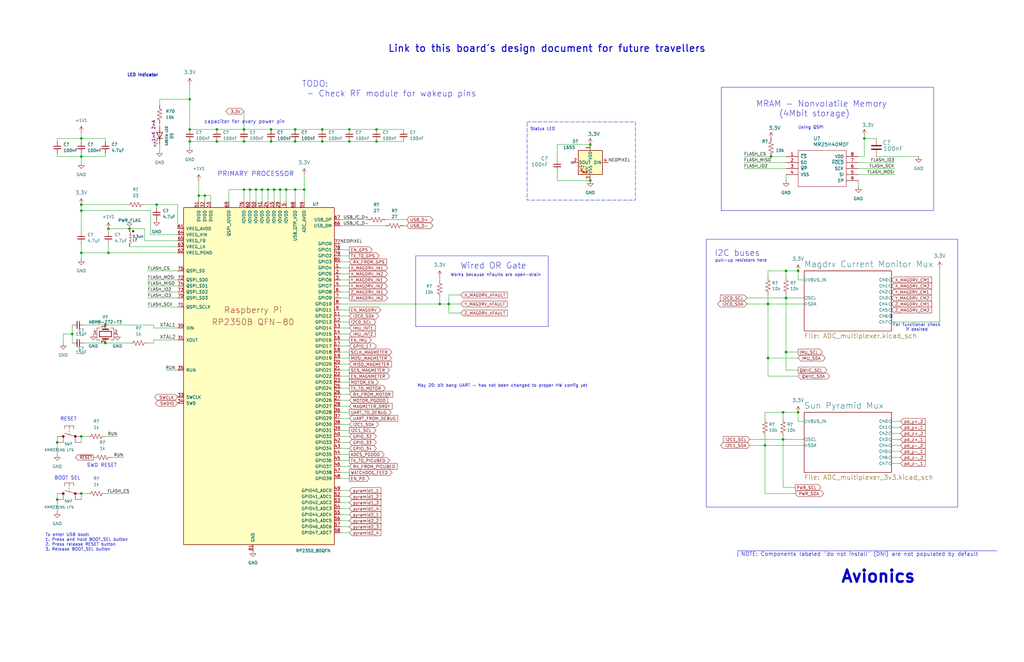
<source format=kicad_sch>
(kicad_sch (version 20250114) (generator "eeschema") (generator_version "9.0")
  (paper "USLedger")
  (title_block (title "ADCS Main Board") (date "2025-05-22") (rev "1.7") (company "Stanford Student Space Initiative") (comment 1 "Sage Wu"))
  (rectangle (start 304.165 36.83) (end 393.7 88.9))
  (rectangle (start 297.815 100.965) (end 403.86 213.995))
  (rectangle (start 175.26 107.95) (end 231.14 137.795))
  (rectangle (start 222.25 51.435) (end 267.97 84.455) (stroke (width 0) (type dash)))
  (text "Works because nFaults are open-drain\n" (at 209.042 116.078 0) (effects (font (size 1.27 1.27))))
  (text "PRIMARY PROCESSOR" (at 91.694 74.676 0) (effects (font (size 2.0066 2.0066)) (justify left bottom)))
  (text "LED Indicator" (at 60.198 31.75 0) (effects (font (size 1.27 1.27) (thickness 0.254) (bold yes))))
  (text "SWD RESET\n" (at 36.576 197.358 0) (effects (font (size 1.4986 1.4986)) (justify left bottom)))
  (text "TODO:\n - Check RF module for wakeup pins" (at 127.254 37.592 0) (effects (font (size 2.54 2.54)) (justify left)))
  (text "Avionics" (at 354.33 246.38 0) (effects (font (size 5.08 5.08) (thickness 1.016) (bold yes)) (justify left bottom)))
  (text "I2C buses" (at 310.896 106.934 0) (effects (font (size 2.54 2.54))))
  (text "MRAM - Nonvolatile Memory\n     (4Mbit storage)" (at 318.77 49.53 0) (effects (font (size 2.54 2.54)) (justify left bottom)))
  (text "BOOT SEL" (at 22.86 202.692 0) (effects (font (size 1.4986 1.4986)) (justify left bottom)))
  (text "Link to this board's design document for future travellers" (at 230.632 20.574 0) (effects (font (size 3 3) (thickness 0.4) (bold yes))))
  (text "Using QSPI" (at 336.55 54.61 0) (effects (font (size 1.27 1.27)) (justify left bottom)))
  (text "May 20: bit bang UART - has not been changed to proper HW config yet" (at 211.836 162.814 0) (effects (font (size 1.27 1.27))))
  (text "NOTE: Components labeled \"do not install\" (DNI) are not populated by default" (at 312.42 234.95 0) (effects (font (size 1.651 1.651)) (justify left bottom)))
  (text "RESET" (at 25.4 177.8 0) (effects (font (size 1.4986 1.4986)) (justify left bottom)))
  (text "To enter USB boot:\n1. Press and hold BOOT_SEL button\n2. Press release RESET button\n3. Release BOOT_SEL button" (at 19.05 228.854 0) (effects (font (size 1.27 1.27)) (justify left)))
  (text "capacitor for every power pin\n" (at 86.106 52.324 0) (effects (font (size 1.4986 1.4986)) (justify left bottom)))
  (text "For functional check\nif desired" (at 386.588 138.176 0) (effects (font (size 1.27 1.27))))
  (text "Wired OR Gate" (at 208.026 112.268 0) (effects (font (size 2.54 2.54))))
  (text "Status LED" (at 223.52 55.245 0) (effects (font (size 1.27 1.27)) (justify left bottom)))
  (text "pull-up resistors here" (at 301.498 110.744 0) (effects (font (size 1.27 1.27)) (justify left bottom)))
  (junction (at 34.29 208.28))
  (junction (at 124.46 59.69))
  (junction (at 45.72 96.52))
  (junction (at 80.01 41.91))
  (junction (at 34.29 88.9))
  (junction (at 114.3 54.61))
  (junction (at 34.29 66.04))
  (junction (at 248.92 76.2))
  (junction (at 24.13 186.69))
  (junction (at 34.29 106.68))
  (junction (at 331.47 114.3))
  (junction (at 80.01 54.61))
  (junction (at 147.32 59.69))
  (junction (at 323.85 151.13))
  (junction (at 120.65 80.01))
  (junction (at 128.27 80.01))
  (junction (at 185.42 128.27))
  (junction (at 364.49 58.42))
  (junction (at 105.41 80.01))
  (junction (at 336.55 114.3))
  (junction (at 91.44 59.69))
  (junction (at 325.12 66.04))
  (junction (at 189.23 128.27))
  (junction (at 330.2 185.42))
  (junction (at 44.45 137.16))
  (junction (at 102.87 80.01))
  (junction (at 322.58 187.96))
  (junction (at 158.75 54.61))
  (junction (at 86.36 82.55))
  (junction (at 248.92 60.96))
  (junction (at 66.04 86.36))
  (junction (at 34.29 184.15))
  (junction (at 54.61 96.52))
  (junction (at 102.87 59.69))
  (junction (at 102.87 54.61))
  (junction (at 83.82 82.55))
  (junction (at 44.45 144.78))
  (junction (at 147.32 54.61))
  (junction (at 115.57 80.01))
  (junction (at 331.47 148.59))
  (junction (at 34.29 58.42))
  (junction (at 107.95 80.01))
  (junction (at 124.46 54.61))
  (junction (at 34.29 86.36))
  (junction (at 91.44 54.61))
  (junction (at 24.13 210.82))
  (junction (at 336.55 173.99))
  (junction (at 158.75 59.69))
  (junction (at 118.11 80.01))
  (junction (at 135.89 54.61))
  (junction (at 114.3 59.69))
  (junction (at 110.49 80.01))
  (junction (at 45.72 106.68))
  (junction (at 331.47 125.73))
  (junction (at 113.03 80.01))
  (junction (at 80.01 59.69))
  (junction (at 30.48 140.97))
  (junction (at 135.89 59.69))
  (junction (at 330.2 173.99))
  (junction (at 323.85 128.27))
  (junction (at 124.46 80.01))
  (no_connect (at 375.92 133.35))
  (no_connect (at 241.3 68.58))
  (wire (pts (xy 322.58 176.53) (xy 322.58 173.99)))
  (wire (pts (xy 74.93 138.43) (xy 64.77 138.43)))
  (wire (pts (xy 54.61 104.14) (xy 74.93 104.14)))
  (wire (pts (xy 323.85 151.13) (xy 336.55 151.13)))
  (wire (pts (xy 185.42 116.84) (xy 185.42 118.11)))
  (wire (pts (xy 83.82 82.55) (xy 83.82 85.09)))
  (wire (pts (xy 135.89 54.61) (xy 147.32 54.61)))
  (wire (pts (xy 74.93 101.6) (xy 60.96 101.6)))
  (wire (pts (xy 24.13 210.82) (xy 24.13 215.9)))
  (wire (pts (xy 143.51 115.57) (xy 147.32 115.57)))
  (wire (pts (xy 91.44 54.61) (xy 102.87 54.61)))
  (wire (pts (xy 24.13 66.04) (xy 34.29 66.04)))
  (wire (pts (xy 396.24 113.03) (xy 396.24 135.89)))
  (wire (pts (xy 361.95 71.12) (xy 377.19 71.12)))
  (wire (pts (xy 323.85 128.27) (xy 323.85 151.13)))
  (polyline (pts (xy 311.15 234.95) (xy 311.15 232.41)))
  (wire (pts (xy 143.51 199.39) (xy 147.32 199.39)))
  (wire (pts (xy 34.29 210.82) (xy 34.29 208.28)))
  (wire (pts (xy 375.92 187.96) (xy 379.73 187.96)))
  (wire (pts (xy 34.29 88.9) (xy 34.29 97.79)))
  (wire (pts (xy 143.51 156.21) (xy 147.32 156.21)))
  (wire (pts (xy 369.57 66.04) (xy 387.35 66.04)))
  (wire (pts (xy 323.85 158.75) (xy 336.55 158.75)))
  (wire (pts (xy 62.23 123.19) (xy 74.93 123.19)))
  (wire (pts (xy 143.51 176.53) (xy 147.32 176.53)))
  (wire (pts (xy 34.29 66.04) (xy 44.45 66.04)))
  (wire (pts (xy 143.51 173.99) (xy 147.32 173.99)))
  (wire (pts (xy 375.92 195.58) (xy 379.73 195.58)))
  (wire (pts (xy 185.42 125.73) (xy 185.42 128.27)))
  (wire (pts (xy 143.51 166.37) (xy 147.32 166.37)))
  (wire (pts (xy 375.92 190.5) (xy 379.73 190.5)))
  (wire (pts (xy 316.23 185.42) (xy 330.2 185.42)))
  (wire (pts (xy 67.31 44.45) (xy 67.31 41.91)))
  (wire (pts (xy 45.72 102.87) (xy 45.72 106.68)))
  (wire (pts (xy 67.31 60.96) (xy 67.31 63.5)))
  (wire (pts (xy 364.49 66.04) (xy 364.49 58.42)))
  (wire (pts (xy 96.52 85.09) (xy 96.52 80.01)))
  (wire (pts (xy 143.51 118.11) (xy 147.32 118.11)))
  (wire (pts (xy 35.56 144.78) (xy 44.45 144.78)))
  (wire (pts (xy 64.77 143.51) (xy 64.77 144.78)))
  (wire (pts (xy 322.58 187.96) (xy 339.09 187.96)))
  (wire (pts (xy 330.2 184.15) (xy 330.2 185.42)))
  (wire (pts (xy 143.51 214.63) (xy 147.32 214.63)))
  (wire (pts (xy 361.95 66.04) (xy 364.49 66.04)))
  (wire (pts (xy 80.01 54.61) (xy 91.44 54.61)))
  (wire (pts (xy 143.51 207.01) (xy 147.32 207.01)))
  (wire (pts (xy 234.95 76.2) (xy 248.92 76.2)))
  (wire (pts (xy 154.94 92.71) (xy 143.51 92.71)))
  (wire (pts (xy 118.11 80.01) (xy 120.65 80.01)))
  (wire (pts (xy 74.93 99.06) (xy 63.5 99.06)))
  (wire (pts (xy 375.92 185.42) (xy 379.73 185.42)))
  (wire (pts (xy 143.51 158.75) (xy 147.32 158.75)))
  (wire (pts (xy 330.2 185.42) (xy 339.09 185.42)))
  (wire (pts (xy 34.29 55.88) (xy 34.29 58.42)))
  (wire (pts (xy 339.09 118.11) (xy 336.55 118.11)))
  (wire (pts (xy 53.34 86.36) (xy 34.29 86.36)))
  (wire (pts (xy 322.58 187.96) (xy 322.58 208.28)))
  (wire (pts (xy 375.92 193.04) (xy 379.73 193.04)))
  (wire (pts (xy 143.51 224.79) (xy 147.32 224.79)))
  (wire (pts (xy 45.72 96.52) (xy 54.61 96.52)))
  (wire (pts (xy 30.48 137.16) (xy 30.48 140.97)))
  (wire (pts (xy 143.51 151.13) (xy 147.32 151.13)))
  (wire (pts (xy 143.51 196.85) (xy 147.32 196.85)))
  (wire (pts (xy 44.45 184.15) (xy 49.53 184.15)))
  (wire (pts (xy 331.47 124.46) (xy 331.47 125.73)))
  (wire (pts (xy 331.47 156.21) (xy 331.47 148.59)))
  (wire (pts (xy 171.45 95.25) (xy 170.18 95.25)))
  (wire (pts (xy 118.11 80.01) (xy 118.11 85.09)))
  (wire (pts (xy 88.9 82.55) (xy 86.36 82.55)))
  (wire (pts (xy 189.23 128.27) (xy 189.23 132.08)))
  (wire (pts (xy 143.51 107.95) (xy 147.32 107.95)))
  (wire (pts (xy 88.9 85.09) (xy 88.9 82.55)))
  (wire (pts (xy 80.01 41.91) (xy 80.01 54.61)))
  (wire (pts (xy 143.51 181.61) (xy 147.32 181.61)))
  (wire (pts (xy 60.96 101.6) (xy 60.96 96.52)))
  (wire (pts (xy 143.51 123.19) (xy 147.32 123.19)))
  (wire (pts (xy 62.23 114.3) (xy 74.93 114.3)))
  (wire (pts (xy 26.67 140.97) (xy 30.48 140.97)))
  (wire (pts (xy 143.51 140.97) (xy 147.32 140.97)))
  (wire (pts (xy 120.65 80.01) (xy 124.46 80.01)))
  (wire (pts (xy 24.13 59.69) (xy 24.13 58.42)))
  (wire (pts (xy 335.28 205.74) (xy 330.2 205.74)))
  (wire (pts (xy 323.85 128.27) (xy 339.09 128.27)))
  (wire (pts (xy 330.2 173.99) (xy 336.55 173.99)))
  (wire (pts (xy 330.2 185.42) (xy 330.2 205.74)))
  (wire (pts (xy 105.41 80.01) (xy 105.41 85.09)))
  (wire (pts (xy 185.42 128.27) (xy 189.23 128.27)))
  (wire (pts (xy 124.46 54.61) (xy 135.89 54.61)))
  (wire (pts (xy 128.27 80.01) (xy 128.27 85.09)))
  (wire (pts (xy 67.31 41.91) (xy 80.01 41.91)))
  (wire (pts (xy 102.87 54.61) (xy 114.3 54.61)))
  (wire (pts (xy 335.28 208.28) (xy 322.58 208.28)))
  (wire (pts (xy 234.95 60.96) (xy 234.95 67.31)))
  (wire (pts (xy 45.72 106.68) (xy 74.93 106.68)))
  (wire (pts (xy 313.69 68.58) (xy 331.47 68.58)))
  (wire (pts (xy 34.29 66.04) (xy 34.29 68.58)))
  (wire (pts (xy 63.5 88.9) (xy 34.29 88.9)))
  (wire (pts (xy 80.01 59.69) (xy 80.01 62.23)))
  (wire (pts (xy 115.57 80.01) (xy 118.11 80.01)))
  (wire (pts (xy 34.29 58.42) (xy 34.29 59.69)))
  (wire (pts (xy 74.93 86.36) (xy 66.04 86.36)))
  (wire (pts (xy 62.23 144.78) (xy 64.77 144.78)))
  (wire (pts (xy 143.51 153.67) (xy 147.32 153.67)))
  (wire (pts (xy 143.51 222.25) (xy 147.32 222.25)))
  (wire (pts (xy 124.46 80.01) (xy 124.46 85.09)))
  (wire (pts (xy 143.51 201.93) (xy 147.32 201.93)))
  (wire (pts (xy 62.23 125.73) (xy 74.93 125.73)))
  (wire (pts (xy 143.51 125.73) (xy 147.32 125.73)))
  (wire (pts (xy 331.47 73.66) (xy 331.47 76.2)))
  (wire (pts (xy 143.51 146.05) (xy 147.32 146.05)))
  (wire (pts (xy 120.65 80.01) (xy 120.65 85.09)))
  (wire (pts (xy 26.67 144.78) (xy 26.67 140.97)))
  (wire (pts (xy 189.23 124.46) (xy 189.23 128.27)))
  (wire (pts (xy 143.51 110.49) (xy 147.32 110.49)))
  (wire (pts (xy 331.47 148.59) (xy 331.47 125.73)))
  (wire (pts (xy 143.51 128.27) (xy 185.42 128.27)))
  (wire (pts (xy 128.27 80.01) (xy 128.27 73.66)))
  (wire (pts (xy 30.48 140.97) (xy 30.48 144.78)))
  (wire (pts (xy 143.51 130.81) (xy 147.32 130.81)))
  (wire (pts (xy 147.32 54.61) (xy 158.75 54.61)))
  (wire (pts (xy 113.03 80.01) (xy 113.03 85.09)))
  (wire (pts (xy 143.51 209.55) (xy 147.32 209.55)))
  (wire (pts (xy 115.57 80.01) (xy 115.57 85.09)))
  (wire (pts (xy 143.51 163.83) (xy 147.32 163.83)))
  (wire (pts (xy 44.45 208.28) (xy 54.61 208.28)))
  (wire (pts (xy 91.44 59.69) (xy 102.87 59.69)))
  (wire (pts (xy 194.31 132.08) (xy 189.23 132.08)))
  (wire (pts (xy 314.96 128.27) (xy 323.85 128.27)))
  (wire (pts (xy 234.95 60.96) (xy 248.92 60.96)))
  (wire (pts (xy 107.95 80.01) (xy 107.95 85.09)))
  (wire (pts (xy 69.85 156.21) (xy 74.93 156.21)))
  (wire (pts (xy 322.58 184.15) (xy 322.58 187.96)))
  (wire (pts (xy 110.49 80.01) (xy 110.49 85.09)))
  (wire (pts (xy 135.89 59.69) (xy 147.32 59.69)))
  (wire (pts (xy 143.51 148.59) (xy 147.32 148.59)))
  (wire (pts (xy 336.55 156.21) (xy 331.47 156.21)))
  (wire (pts (xy 96.52 80.01) (xy 102.87 80.01)))
  (wire (pts (xy 80.01 59.69) (xy 91.44 59.69)))
  (wire (pts (xy 143.51 161.29) (xy 147.32 161.29)))
  (wire (pts (xy 369.57 58.42) (xy 364.49 58.42)))
  (wire (pts (xy 162.56 95.25) (xy 143.51 95.25)))
  (wire (pts (xy 143.51 194.31) (xy 147.32 194.31)))
  (wire (pts (xy 124.46 59.69) (xy 135.89 59.69)))
  (wire (pts (xy 313.69 71.12) (xy 331.47 71.12)))
  (wire (pts (xy 34.29 106.68) (xy 34.29 109.22)))
  (wire (pts (xy 114.3 54.61) (xy 124.46 54.61)))
  (wire (pts (xy 158.75 59.69) (xy 170.18 59.69)))
  (wire (pts (xy 143.51 191.77) (xy 147.32 191.77)))
  (wire (pts (xy 330.2 173.99) (xy 330.2 176.53)))
  (wire (pts (xy 34.29 58.42) (xy 44.45 58.42)))
  (wire (pts (xy 143.51 171.45) (xy 147.32 171.45)))
  (wire (pts (xy 74.93 143.51) (xy 64.77 143.51)))
  (wire (pts (xy 361.95 73.66) (xy 377.19 73.66)))
  (wire (pts (xy 194.31 124.46) (xy 189.23 124.46)))
  (wire (pts (xy 105.41 80.01) (xy 107.95 80.01)))
  (wire (pts (xy 102.87 85.09) (xy 102.87 80.01)))
  (wire (pts (xy 45.72 96.52) (xy 45.72 97.79)))
  (wire (pts (xy 86.36 85.09) (xy 86.36 82.55)))
  (wire (pts (xy 143.51 219.71) (xy 147.32 219.71)))
  (wire (pts (xy 114.3 59.69) (xy 124.46 59.69)))
  (wire (pts (xy 80.01 35.56) (xy 80.01 41.91)))
  (wire (pts (xy 323.85 116.84) (xy 323.85 114.3)))
  (wire (pts (xy 143.51 135.89) (xy 147.32 135.89)))
  (wire (pts (xy 54.61 96.52) (xy 60.96 96.52)))
  (wire (pts (xy 361.95 76.2) (xy 361.95 78.74)))
  (wire (pts (xy 113.03 80.01) (xy 115.57 80.01)))
  (wire (pts (xy 74.93 86.36) (xy 74.93 96.52)))
  (wire (pts (xy 24.13 184.15) (xy 24.13 186.69)))
  (wire (pts (xy 336.55 148.59) (xy 331.47 148.59)))
  (wire (pts (xy 171.45 92.71) (xy 162.56 92.71)))
  (wire (pts (xy 339.09 177.8) (xy 336.55 177.8)))
  (wire (pts (xy 34.29 208.28) (xy 36.83 208.28)))
  (wire (pts (xy 316.23 187.96) (xy 322.58 187.96)))
  (wire (pts (xy 44.45 144.78) (xy 54.61 144.78)))
  (wire (pts (xy 24.13 64.77) (xy 24.13 66.04)))
  (wire (pts (xy 313.69 66.04) (xy 325.12 66.04)))
  (wire (pts (xy 396.24 135.89) (xy 375.92 135.89)))
  (polyline (pts (xy 311.15 232.41) (xy 420.37 232.41)))
  (wire (pts (xy 331.47 114.3) (xy 336.55 114.3)))
  (wire (pts (xy 325.12 66.04) (xy 331.47 66.04)))
  (wire (pts (xy 323.85 151.13) (xy 323.85 158.75)))
  (wire (pts (xy 234.95 72.39) (xy 234.95 76.2)))
  (wire (pts (xy 46.99 193.04) (xy 52.07 193.04)))
  (wire (pts (xy 323.85 114.3) (xy 331.47 114.3)))
  (wire (pts (xy 34.29 186.69) (xy 34.29 184.15)))
  (wire (pts (xy 34.29 102.87) (xy 34.29 106.68)))
  (wire (pts (xy 361.95 68.58) (xy 377.19 68.58)))
  (wire (pts (xy 102.87 59.69) (xy 114.3 59.69)))
  (wire (pts (xy 143.51 217.17) (xy 147.32 217.17)))
  (wire (pts (xy 83.82 82.55) (xy 86.36 82.55)))
  (wire (pts (xy 83.82 76.2) (xy 83.82 82.55)))
  (wire (pts (xy 107.95 80.01) (xy 110.49 80.01)))
  (wire (pts (xy 35.56 137.16) (xy 44.45 137.16)))
  (wire (pts (xy 102.87 80.01) (xy 105.41 80.01)))
  (wire (pts (xy 34.29 106.68) (xy 45.72 106.68)))
  (wire (pts (xy 24.13 186.69) (xy 24.13 191.77)))
  (wire (pts (xy 24.13 58.42) (xy 34.29 58.42)))
  (wire (pts (xy 143.51 179.07) (xy 147.32 179.07)))
  (wire (pts (xy 62.23 120.65) (xy 74.93 120.65)))
  (wire (pts (xy 143.51 138.43) (xy 147.32 138.43)))
  (wire (pts (xy 143.51 113.03) (xy 147.32 113.03)))
  (wire (pts (xy 34.29 64.77) (xy 34.29 66.04)))
  (wire (pts (xy 331.47 125.73) (xy 339.09 125.73)))
  (wire (pts (xy 143.51 168.91) (xy 147.32 168.91)))
  (wire (pts (xy 34.29 86.36) (xy 34.29 88.9)))
  (wire (pts (xy 158.75 54.61) (xy 170.18 54.61)))
  (wire (pts (xy 24.13 208.28) (xy 24.13 210.82)))
  (wire (pts (xy 143.51 105.41) (xy 147.32 105.41)))
  (wire (pts (xy 110.49 80.01) (xy 113.03 80.01)))
  (wire (pts (xy 364.49 58.42) (xy 364.49 57.15)))
  (wire (pts (xy 63.5 99.06) (xy 63.5 88.9)))
  (wire (pts (xy 143.51 189.23) (xy 147.32 189.23)))
  (wire (pts (xy 147.32 59.69) (xy 158.75 59.69)))
  (wire (pts (xy 143.51 212.09) (xy 147.32 212.09)))
  (wire (pts (xy 44.45 59.69) (xy 44.45 58.42)))
  (wire (pts (xy 102.87 46.99) (xy 102.87 54.61)))
  (wire (pts (xy 143.51 143.51) (xy 147.32 143.51)))
  (wire (pts (xy 143.51 184.15) (xy 147.32 184.15)))
  (wire (pts (xy 331.47 114.3) (xy 331.47 116.84)))
  (wire (pts (xy 143.51 120.65) (xy 147.32 120.65)))
  (wire (pts (xy 143.51 186.69) (xy 147.32 186.69)))
  (wire (pts (xy 189.23 128.27) (xy 194.31 128.27)))
  (wire (pts (xy 375.92 180.34) (xy 379.73 180.34)))
  (wire (pts (xy 124.46 80.01) (xy 128.27 80.01)))
  (wire (pts (xy 44.45 64.77) (xy 44.45 66.04)))
  (wire (pts (xy 323.85 124.46) (xy 323.85 128.27)))
  (wire (pts (xy 64.77 138.43) (xy 64.77 137.16)))
  (wire (pts (xy 67.31 52.07) (xy 67.31 53.34)))
  (wire (pts (xy 336.55 173.99) (xy 336.55 177.8)))
  (wire (pts (xy 66.04 86.36) (xy 66.04 87.63)))
  (wire (pts (xy 375.92 177.8) (xy 379.73 177.8)))
  (wire (pts (xy 62.23 118.11) (xy 74.93 118.11)))
  (wire (pts (xy 336.55 114.3) (xy 336.55 118.11)))
  (wire (pts (xy 375.92 182.88) (xy 379.73 182.88)))
  (wire (pts (xy 314.96 125.73) (xy 331.47 125.73)))
  (wire (pts (xy 143.51 133.35) (xy 147.32 133.35)))
  (wire (pts (xy 62.23 129.54) (xy 74.93 129.54)))
  (wire (pts (xy 44.45 137.16) (xy 64.77 137.16)))
  (wire (pts (xy 66.04 86.36) (xy 60.96 86.36)))
  (wire (pts (xy 322.58 173.99) (xy 330.2 173.99)))
  (wire (pts (xy 34.29 184.15) (xy 36.83 184.15)))
  (label "NEOPIXEL" (at 256.54 68.58 0))
  (label "USB_IC_D+" (at 144.78 92.71 0))
  (label "FLASH_CS" (at 54.61 208.28 180))
  (label "RUN" (at 52.07 193.04 180))
  (label "FLASH_SCK" (at 62.23 129.54 0))
  (label "RUN" (at 69.85 156.21 0))
  (label "RUN" (at 49.53 184.15 180))
  (label "NEOPIXEL" (at 143.51 102.87 0))
  (label "XTAL2" (at 67.31 143.51 0) (effects (font (size 1.524 1.524))))
  (label "FLASH_IO2" (at 62.23 123.19 0))
  (label "XTAL1" (at 67.31 138.43 0) (effects (font (size 1.524 1.524))))
  (label "FLASH_CS" (at 313.69 66.04 0))
  (label "FLASH_MOSI" (at 377.19 73.66 180))
  (label "FLASH_CS" (at 62.23 114.3 0))
  (label "FLASH_IO3" (at 377.19 68.58 180))
  (label "FLASH_IO3" (at 62.23 125.73 0))
  (label "FLASH_IO2" (at 313.69 71.12 0))
  (label "USB_IC_D-" (at 144.78 95.25 0))
  (label "FLASH_MOSI" (at 62.23 118.11 0))
  (label "FLASH_MISO" (at 313.69 68.58 0))
  (label "FLASH_SCK" (at 377.19 71.12 180))
  (label "FLASH_MISO" (at 62.23 120.65 0))
  (global_label "MISO_MAGMETER" (shape input) (at 147.32 153.67 0) (property "Intersheetrefs" "${INTERSHEET_REFS}" (effects (hide yes))))
  (global_label "3.3V" (shape bidirectional) (at 102.87 46.99 180) (property "Intersheetrefs" "${INTERSHEET_REFS}" (effects (hide yes))))
  (global_label "Z_MAGDRV_nFAULT" (shape input) (at 194.31 132.08 0) (property "Intersheetrefs" "${INTERSHEET_REFS}" (effects (hide yes))))
  (global_label "SWCLK" (shape bidirectional) (at 74.93 167.64 180) (property "Intersheetrefs" "${INTERSHEET_REFS}" (effects (hide yes))))
  (global_label "RX_FROM_MOTOR" (shape input) (at 147.32 166.37 0) (property "Intersheetrefs" "${INTERSHEET_REFS}" (effects (hide yes))))
  (global_label "pyramid1_4" (shape input) (at 147.32 214.63 0) (property "Intersheetrefs" "${INTERSHEET_REFS}" (effects (hide yes))))
  (global_label "pyramid2_4" (shape input) (at 147.32 224.79 0) (property "Intersheetrefs" "${INTERSHEET_REFS}" (effects (hide yes))))
  (global_label "pyramid1_1" (shape input) (at 147.32 207.01 0) (property "Intersheetrefs" "${INTERSHEET_REFS}" (effects (hide yes))))
  (global_label "I2C0_SDA" (shape bidirectional) (at 147.32 133.35 0) (property "Intersheetrefs" "${INTERSHEET_REFS}" (effects (hide yes))))
  (global_label "GPIO_17" (shape bidirectional) (at 147.32 146.05 0) (property "Intersheetrefs" "${INTERSHEET_REFS}" (effects (hide yes))))
  (global_label "pyramid1_2" (shape input) (at 147.32 209.55 0) (property "Intersheetrefs" "${INTERSHEET_REFS}" (effects (hide yes))))
  (global_label "IMU_INT2" (shape input) (at 147.32 140.97 0) (property "Intersheetrefs" "${INTERSHEET_REFS}" (effects (hide yes))))
  (global_label "RX_FROM_PICUBED" (shape input) (at 147.32 196.85 0) (property "Intersheetrefs" "${INTERSHEET_REFS}" (effects (hide yes))))
  (global_label "X_MAGDRV_IN2" (shape output) (at 147.32 115.57 0) (property "Intersheetrefs" "${INTERSHEET_REFS}" (effects (hide yes))))
  (global_label "X_MAGDRV_IN1" (shape output) (at 147.32 113.03 0) (property "Intersheetrefs" "${INTERSHEET_REFS}" (effects (hide yes))))
  (global_label "I2C1_SCL" (shape output) (at 147.32 181.61 0) (property "Intersheetrefs" "${INTERSHEET_REFS}" (effects (hide yes))))
  (global_label "QWIIC_SCL" (shape output) (at 336.55 156.21 0) (property "Intersheetrefs" "${INTERSHEET_REFS}" (effects (hide yes))))
  (global_label "I2C1_SCL" (shape input) (at 316.23 185.42 180) (property "Intersheetrefs" "${INTERSHEET_REFS}" (effects (hide yes))))
  (global_label "USB_D+" (shape bidirectional) (at 171.45 92.71 0) (property "Intersheetrefs" "${INTERSHEET_REFS}" (effects (hide yes))))
  (global_label "UART_FROM_DEBUG" (shape input) (at 147.32 176.53 0) (property "Intersheetrefs" "${INTERSHEET_REFS}" (effects (hide yes))))
  (global_label "pd_y+_2" (shape input) (at 379.73 177.8 0) (property "Intersheetrefs" "${INTERSHEET_REFS}" (effects (hide yes))))
  (global_label "pyramid2_2" (shape input) (at 147.32 219.71 0) (property "Intersheetrefs" "${INTERSHEET_REFS}" (effects (hide yes))))
  (global_label "RX_FROM_GPS" (shape input) (at 147.32 110.49 0) (property "Intersheetrefs" "${INTERSHEET_REFS}" (effects (hide yes))))
  (global_label "PWR_SCL" (shape output) (at 335.28 205.74 0) (property "Intersheetrefs" "${INTERSHEET_REFS}" (effects (hide yes))))
  (global_label "PWR_SDA" (shape bidirectional) (at 335.28 208.28 0) (property "Intersheetrefs" "${INTERSHEET_REFS}" (effects (hide yes))))
  (global_label "X_MAGDRV_CM2" (shape input) (at 375.92 120.65 0) (property "Intersheetrefs" "${INTERSHEET_REFS}" (effects (hide yes))))
  (global_label "GPIO_33" (shape bidirectional) (at 147.32 186.69 0) (property "Intersheetrefs" "${INTERSHEET_REFS}" (effects (hide yes))))
  (global_label "EN_MAGDRV" (shape output) (at 147.32 130.81 0) (property "Intersheetrefs" "${INTERSHEET_REFS}" (effects (hide yes))))
  (global_label "I2C0_SDA" (shape bidirectional) (at 314.96 128.27 180) (property "Intersheetrefs" "${INTERSHEET_REFS}" (effects (hide yes))))
  (global_label "TX_TO_PICUBED" (shape output) (at 147.32 194.31 0) (property "Intersheetrefs" "${INTERSHEET_REFS}" (effects (hide yes))))
  (global_label "X_MAGDRV_nFAULT" (shape input) (at 194.31 124.46 0) (property "Intersheetrefs" "${INTERSHEET_REFS}" (effects (hide yes))))
  (global_label "Y_MAGDRV_CM2" (shape input) (at 375.92 125.73 0) (property "Intersheetrefs" "${INTERSHEET_REFS}" (effects (hide yes))))
  (global_label "MOTOR_EN" (shape output) (at 147.32 161.29 0) (property "Intersheetrefs" "${INTERSHEET_REFS}" (effects (hide yes))))
  (global_label "I2C0_SCL" (shape input) (at 314.96 125.73 180) (property "Intersheetrefs" "${INTERSHEET_REFS}" (effects (hide yes))))
  (global_label "EN_GPS" (shape output) (at 147.32 105.41 0) (property "Intersheetrefs" "${INTERSHEET_REFS}" (effects (hide yes))))
  (global_label "pd_z+_1" (shape input) (at 379.73 185.42 0) (property "Intersheetrefs" "${INTERSHEET_REFS}" (effects (hide yes))))
  (global_label "Y_MAGDRV_IN2" (shape output) (at 147.32 120.65 0) (property "Intersheetrefs" "${INTERSHEET_REFS}" (effects (hide yes))))
  (global_label "EN_PD" (shape output) (at 147.32 201.93 0) (property "Intersheetrefs" "${INTERSHEET_REFS}" (effects (hide yes))))
  (global_label "MAGMETER_DRDY" (shape input) (at 147.32 171.45 0) (property "Intersheetrefs" "${INTERSHEET_REFS}" (effects (hide yes))))
  (global_label "USB_D-" (shape bidirectional) (at 171.45 95.25 0) (property "Intersheetrefs" "${INTERSHEET_REFS}" (effects (hide yes))))
  (global_label "Z_MAGDRV_IN1" (shape output) (at 147.32 123.19 0) (property "Intersheetrefs" "${INTERSHEET_REFS}" (effects (hide yes))))
  (global_label "pd_z-_1" (shape input) (at 379.73 195.58 0) (property "Intersheetrefs" "${INTERSHEET_REFS}" (effects (hide yes))))
  (global_label "pyramid2_1" (shape input) (at 147.32 217.17 0) (property "Intersheetrefs" "${INTERSHEET_REFS}" (effects (hide yes))))
  (global_label "TX_TO_GPS" (shape output) (at 147.32 107.95 0) (property "Intersheetrefs" "${INTERSHEET_REFS}" (effects (hide yes))))
  (global_label "EN_IMU" (shape output) (at 147.32 143.51 0) (property "Intersheetrefs" "${INTERSHEET_REFS}" (effects (hide yes))))
  (global_label "pd_z+_2" (shape input) (at 379.73 182.88 0) (property "Intersheetrefs" "${INTERSHEET_REFS}" (effects (hide yes))))
  (global_label "pyramid2_3" (shape input) (at 147.32 222.25 0) (property "Intersheetrefs" "${INTERSHEET_REFS}" (effects (hide yes))))
  (global_label "X_MAGDRV_CM1" (shape input) (at 375.92 118.11 0) (property "Intersheetrefs" "${INTERSHEET_REFS}" (effects (hide yes))))
  (global_label "Y_MAGDRV_CM1" (shape input) (at 375.92 123.19 0) (property "Intersheetrefs" "${INTERSHEET_REFS}" (effects (hide yes))))
  (global_label "pd_y-_2" (shape input) (at 379.73 187.96 0) (property "Intersheetrefs" "${INTERSHEET_REFS}" (effects (hide yes))))
  (global_label "~{RESET}" (shape output) (at 39.37 193.04 180) (effects (font (size 1.1684 1.1684))) (property "Intersheetrefs" "${INTERSHEET_REFS}" (effects (hide yes))))
  (global_label "ADCS_PGOOD" (shape output) (at 147.32 191.77 0) (property "Intersheetrefs" "${INTERSHEET_REFS}" (effects (hide yes))))
  (global_label "MOTOR_PGOOD" (shape input) (at 147.32 168.91 0) (property "Intersheetrefs" "${INTERSHEET_REFS}" (effects (hide yes))))
  (global_label "Y_MAGDRV_IN1" (shape output) (at 147.32 118.11 0) (property "Intersheetrefs" "${INTERSHEET_REFS}" (effects (hide yes))))
  (global_label "pd_y-_1" (shape input) (at 379.73 190.5 0) (property "Intersheetrefs" "${INTERSHEET_REFS}" (effects (hide yes))))
  (global_label "pd_z-_2" (shape input) (at 379.73 193.04 0) (property "Intersheetrefs" "${INTERSHEET_REFS}" (effects (hide yes))))
  (global_label "UART_TO_DEBUG" (shape output) (at 147.32 173.99 0) (property "Intersheetrefs" "${INTERSHEET_REFS}" (effects (hide yes))))
  (global_label "Z_MAGDRV_IN2" (shape output) (at 147.32 125.73 0) (property "Intersheetrefs" "${INTERSHEET_REFS}" (effects (hide yes))))
  (global_label "I2C0_SCL" (shape output) (at 147.32 135.89 0) (property "Intersheetrefs" "${INTERSHEET_REFS}" (effects (hide yes))))
  (global_label "TX_TO_MOTOR" (shape output) (at 147.32 163.83 0) (property "Intersheetrefs" "${INTERSHEET_REFS}" (effects (hide yes))))
  (global_label "QWIIC_SDA" (shape bidirectional) (at 336.55 158.75 0) (property "Intersheetrefs" "${INTERSHEET_REFS}" (effects (hide yes))))
  (global_label "Z_MAGDRV_CM1" (shape input) (at 375.92 128.27 0) (property "Intersheetrefs" "${INTERSHEET_REFS}" (effects (hide yes))))
  (global_label "GPIO_34" (shape bidirectional) (at 147.32 189.23 0) (property "Intersheetrefs" "${INTERSHEET_REFS}" (effects (hide yes))))
  (global_label "Z_MAGDRV_CM2" (shape input) (at 375.92 130.81 0) (property "Intersheetrefs" "${INTERSHEET_REFS}" (effects (hide yes))))
  (global_label "pyramid1_3" (shape input) (at 147.32 212.09 0) (property "Intersheetrefs" "${INTERSHEET_REFS}" (effects (hide yes))))
  (global_label "SWDIO" (shape bidirectional) (at 74.93 170.18 180) (property "Intersheetrefs" "${INTERSHEET_REFS}" (effects (hide yes))))
  (global_label "pd_y+_1" (shape input) (at 379.73 180.34 0) (property "Intersheetrefs" "${INTERSHEET_REFS}" (effects (hide yes))))
  (global_label "I2C1_SDA" (shape bidirectional) (at 147.32 179.07 0) (property "Intersheetrefs" "${INTERSHEET_REFS}" (effects (hide yes))))
  (global_label "IMU_SCL" (shape output) (at 336.55 148.59 0) (property "Intersheetrefs" "${INTERSHEET_REFS}" (effects (hide yes))))
  (global_label "IMU_INT1" (shape input) (at 147.32 138.43 0) (property "Intersheetrefs" "${INTERSHEET_REFS}" (effects (hide yes))))
  (global_label "SCLK_MAGMETER" (shape output) (at 147.32 148.59 0) (property "Intersheetrefs" "${INTERSHEET_REFS}" (effects (hide yes))))
  (global_label "WATCHDOG_FEED" (shape output) (at 147.32 199.39 0) (property "Intersheetrefs" "${INTERSHEET_REFS}" (effects (hide yes))))
  (global_label "SCS_MAGMETER" (shape output) (at 147.32 156.21 0) (property "Intersheetrefs" "${INTERSHEET_REFS}" (effects (hide yes))))
  (global_label "Y_MAGDRV_nFAULT" (shape input) (at 194.31 128.27 0) (property "Intersheetrefs" "${INTERSHEET_REFS}" (effects (hide yes))))
  (global_label "IMU_SDA" (shape bidirectional) (at 336.55 151.13 0) (property "Intersheetrefs" "${INTERSHEET_REFS}" (effects (hide yes))))
  (global_label "I2C1_SDA" (shape bidirectional) (at 316.23 187.96 180) (property "Intersheetrefs" "${INTERSHEET_REFS}" (effects (hide yes))))
  (global_label "MOSI_MAGMETER" (shape output) (at 147.32 151.13 0) (property "Intersheetrefs" "${INTERSHEET_REFS}" (effects (hide yes))))
  (global_label "EN_MAGNMETER" (shape output) (at 147.32 158.75 0) (property "Intersheetrefs" "${INTERSHEET_REFS}" (effects (hide yes))))
  (global_label "GPIO_32" (shape bidirectional) (at 147.32 184.15 0) (property "Intersheetrefs" "${INTERSHEET_REFS}" (effects (hide yes))))
  (symbol (lib_id "ssi_IC:RP2350_80QFN") (at 106.68 135.89 0) (unit 1)
    (property "Reference" "U?" (at 133.096 86.106 0))
    (property "Value" "RP2350_80QFN" (at 132.08 232.41 0))
    (property "Footprint" "RP2350_80QFN_minimal:RP2350-QFN-80-1EP_10x10_P0.4mm_EP3.4x3.4mm_ThermalVias" (effects (hide yes)))
    (property "Datasheet" "https://datasheets.raspberrypi.com/rp2350/rp2350-datasheet.pdf" (effects (hide yes)))
  )
  (symbol (lib_id "Device:LED") (at 67.31 57.15 270) (mirror x) (unit 1)
    (property "Reference" "D5" (at 72.4154 57.3278 0))
    (property "Value" "GREEN LED" (at 70.3072 57.3278 0) (effects (font (size 0.9906 0.9906))))
    (property "Footprint" "LED_SMD:LED_0603_1608Metric" (effects (hide yes)))
    (property "Description" "Light emitting diode" (effects (hide yes)))
    (property "Flight" "LTST-C190KGKT" (effects (hide yes)))
    (property "Manufacturer_Name" "Lite-On Inc." (effects (hide yes)))
    (property "Manufacturer_Part_Number" "LTST-C190KGKT" (effects (hide yes)))
    (property "Proto" "LTST-C190KGKT" (effects (hide yes)))
    (property "Sim.Pins" "1=K 2=A" (at 64.77 55.118 0))
  )
  (symbol (lib_id "Device:C_Small") (at 34.29 100.33 0) (unit 1)
    (property "Reference" "C?" (at 36.83 99.0662 0) (effects (justify left)))
    (property "Value" "4.7uF" (at 36.83 101.6062 0) (effects (justify left)))
    (property "Footprint" "Capacitor_SMD:C_0603_1608Metric" (effects (hide yes)))
    (property "Description" "Unpolarized capacitor, small symbol" (effects (hide yes)))
  )
  (symbol (lib_id "Device:C_Small") (at 102.87 57.15 0) (unit 1)
    (property "Reference" "C?" (at 105.1941 55.9441 0) (effects (justify left)))
    (property "Value" "100nF" (at 105.1941 58.3684 0) (effects (justify left)))
    (property "Footprint" "Capacitor_SMD:C_0603_1608Metric" (effects (hide yes)))
    (property "Description" "Unpolarized capacitor, small symbol" (effects (hide yes)))
  )
  (symbol (lib_id "Device:R_US") (at 158.75 92.71 90) (unit 1)
    (property "Reference" "R?" (at 158.75 86.36 90))
    (property "Value" "27" (at 158.75 88.9 90))
    (property "Footprint" "Resistor_SMD:R_0603_1608Metric" (effects (hide yes)))
    (property "Description" "Resistor, US symbol" (effects (hide yes)))
  )
  (symbol (lib_id "Device:C_Small") (at 114.3 57.15 0) (unit 1)
    (property "Reference" "C?" (at 116.84 55.8862 0) (effects (justify left)))
    (property "Value" "100nF" (at 116.84 58.4262 0) (effects (justify left)))
    (property "Footprint" "Capacitor_SMD:C_0603_1608Metric" (effects (hide yes)))
    (property "Description" "Unpolarized capacitor, small symbol" (effects (hide yes)))
  )
  (symbol (lib_id "power:GND") (at 361.95 78.74 0) (unit 1)
    (property "Reference" "#PWR?" (effects (hide yes)))
    (property "Value" "GND" (at 361.95 83.82 0))
    (property "Description" "Power symbol creates a global label with name \"GND\" , ground" (effects (hide yes)))
  )
  (symbol (lib_id "ssi_switch:KMR231NG LFS") (at 29.21 184.15 0) (mirror y) (unit 1)
    (property "Reference" "SW?" (at 30.48 187.96 0) (effects (font (size 1.0668 1.0668)) (justify left bottom)))
    (property "Value" "KMR231NG LFS" (at 31.115 190.5 0) (effects (font (size 1.0668 1.0668)) (justify left bottom)))
    (property "Footprint" "ssi_switch:BTN_KMR2_4.6X2.8" (effects (hide yes)))
    (property "Datasheet" "https://www.ckswitches.com/media/1479/kmr2.pdf" (effects (hide yes)))
    (property "Description" "Tactile Switch SPST-NO" (effects (hide yes)))
    (property "Flight" "KMR231NG LFS" (effects (hide yes)))
    (property "Manufacturer_Name" "C&K" (effects (hide yes)))
    (property "Manufacturer_Part_Number" "KMR231NG LFS" (effects (hide yes)))
    (property "Proto" "KMR231NG LFS" (effects (hide yes)))
  )
  (symbol (lib_id "Device:C") (at 369.57 62.23 0) (unit 1)
    (property "Reference" "C?" (at 372.11 61.214 0) (effects (font (size 1.778 1.778)) (justify left bottom)))
    (property "Value" "100nF" (at 372.364 63.754 0) (effects (font (size 1.778 1.778)) (justify left bottom)))
    (property "Footprint" "Capacitor_SMD:C_0603_1608Metric" (effects (hide yes)))
    (property "Description" "Unpolarized capacitor" (effects (hide yes)))
  )
  (symbol (lib_id "power:+3.3V") (at 80.01 35.56 0) (unit 1)
    (property "Reference" "#P+?" (effects (hide yes)))
    (property "Value" "3.3V" (at 80.01 30.48 0) (effects (font (size 1.4986 1.4986))))
    (property "Description" "Power symbol creates a global label with name \"+3.3V\"" (effects (hide yes)))
  )
  (symbol (lib_id "Device:R_US") (at 322.58 180.34 0) (unit 1)
    (property "Reference" "R?" (at 324.231 179.1278 0) (effects (justify left)))
    (property "Value" "10k" (at 324.231 181.5521 0) (effects (justify left)))
    (property "Footprint" "Resistor_SMD:R_0603_1608Metric" (effects (hide yes)))
    (property "Description" "Resistor, US symbol" (effects (hide yes)))
  )
  (symbol (lib_id "Device:R_US") (at 185.42 121.92 180) (unit 1)
    (property "Reference" "R?" (at 180.975 120.777 0))
    (property "Value" "10k" (at 180.975 123.317 0))
    (property "Footprint" "Resistor_SMD:R_0603_1608Metric" (effects (hide yes)))
    (property "Description" "Resistor, US symbol" (effects (hide yes)))
  )
  (symbol (lib_id "Device:R_US") (at 40.64 184.15 90) (unit 1)
    (property "Reference" "R?" (at 40.64 177.8 90))
    (property "Value" "1k" (at 40.64 180.34 90))
    (property "Footprint" "Resistor_SMD:R_0603_1608Metric" (effects (hide yes)))
    (property "Description" "Resistor, US symbol" (effects (hide yes)))
  )
  (symbol (lib_id "power:+1V1") (at 45.72 96.52 0) (unit 1)
    (property "Reference" "#PWR?" (effects (hide yes)))
    (property "Value" "+1V1" (at 45.72 91.44 0))
    (property "Description" "Power symbol creates a global label with name \"+1V1\"" (effects (hide yes)))
  )
  (symbol (lib_id "Device:C_Small") (at 80.01 57.15 0) (unit 1)
    (property "Reference" "C?" (at 82.55 55.8862 0) (effects (justify left)))
    (property "Value" "100nF" (at 82.55 58.4262 0) (effects (justify left)))
    (property "Footprint" "Capacitor_SMD:C_0603_1608Metric" (effects (hide yes)))
    (property "Description" "Unpolarized capacitor, small symbol" (effects (hide yes)))
  )
  (symbol (lib_id "Device:Crystal_GND24") (at 44.45 140.97 270) (unit 1)
    (property "Reference" "Y?" (at 43.18 133.858 90) (effects (justify left)))
    (property "Value" "ABM8-272-T3" (at 37.338 135.89 90) (effects (justify left)))
    (property "Footprint" "Crystal:Crystal_SMD_3225-4Pin_3.2x2.5mm" (effects (hide yes)))
    (property "Description" "Four pin crystal, GND on pins 2 and 4" (effects (hide yes)))
  )
  (symbol (lib_id "Device:C_Small") (at 34.29 62.23 0) (unit 1)
    (property "Reference" "C?" (at 36.83 60.9662 0) (effects (justify left)))
    (property "Value" "100nF" (at 36.83 63.5062 0) (effects (justify left)))
    (property "Footprint" "Capacitor_SMD:C_0603_1608Metric" (effects (hide yes)))
    (property "Description" "Unpolarized capacitor, small symbol" (effects (hide yes)))
  )
  (symbol (lib_id "Device:R_US") (at 330.2 180.34 0) (unit 1)
    (property "Reference" "R?" (at 331.851 179.1278 0) (effects (justify left)))
    (property "Value" "10k" (at 331.851 181.5521 0) (effects (justify left)))
    (property "Footprint" "Resistor_SMD:R_0603_1608Metric" (effects (hide yes)))
    (property "Description" "Resistor, US symbol" (effects (hide yes)))
  )
  (symbol (lib_id "power:+3.3V") (at 128.27 73.66 0) (unit 1)
    (property "Reference" "#P+?" (effects (hide yes)))
    (property "Value" "3.3V" (at 128.27 68.58 0) (effects (font (size 1.4986 1.4986))))
    (property "Description" "Power symbol creates a global label with name \"+3.3V\"" (effects (hide yes)))
  )
  (symbol (lib_id "power:GND") (at 66.04 92.71 0) (unit 1)
    (property "Reference" "#PWR?" (effects (hide yes)))
    (property "Value" "GND" (at 66.04 97.79 0))
    (property "Description" "Power symbol creates a global label with name \"GND\" , ground" (effects (hide yes)))
  )
  (symbol (lib_id "power:GND") (at 49.53 140.97 0) (unit 1)
    (property "Reference" "#PWR?" (effects (hide yes)))
    (property "Value" "GND" (at 49.53 146.05 0))
    (property "Description" "Power symbol creates a global label with name \"GND\" , ground" (effects (hide yes)))
  )
  (symbol (lib_id "Device:C_Small") (at 44.45 62.23 0) (unit 1)
    (property "Reference" "C?" (at 46.99 60.9662 0) (effects (justify left)))
    (property "Value" "4.7uF" (at 46.99 63.5062 0) (effects (justify left)))
    (property "Footprint" "Capacitor_SMD:C_0603_1608Metric" (effects (hide yes)))
    (property "Description" "Unpolarized capacitor, small symbol" (effects (hide yes)))
  )
  (symbol (lib_id "Device:C_Small") (at 135.89 57.15 0) (unit 1)
    (property "Reference" "C?" (at 138.43 55.8862 0) (effects (justify left)))
    (property "Value" "100nF" (at 138.43 58.4262 0) (effects (justify left)))
    (property "Footprint" "Capacitor_SMD:C_0603_1608Metric" (effects (hide yes)))
    (property "Description" "Unpolarized capacitor, small symbol" (effects (hide yes)))
  )
  (symbol (lib_id "Device:R_US") (at 166.37 95.25 90) (unit 1)
    (property "Reference" "R?" (at 166.37 88.9 90))
    (property "Value" "27" (at 166.37 91.44 90))
    (property "Footprint" "Resistor_SMD:R_0603_1608Metric" (effects (hide yes)))
    (property "Description" "Resistor, US symbol" (effects (hide yes)))
  )
  (symbol (lib_id "power:+3.3V") (at 185.42 116.84 0) (unit 1)
    (property "Reference" "#P+?" (effects (hide yes)))
    (property "Value" "3.3V" (at 185.42 111.76 0) (effects (font (size 1.4986 1.4986))))
    (property "Description" "Power symbol creates a global label with name \"+3.3V\"" (effects (hide yes)))
  )
  (symbol (lib_id "power:GND") (at 34.29 109.22 0) (unit 1)
    (property "Reference" "#PWR?" (effects (hide yes)))
    (property "Value" "GND" (at 34.29 114.3 0))
    (property "Description" "Power symbol creates a global label with name \"GND\" , ground" (effects (hide yes)))
  )
  (symbol (lib_id "power:GND") (at 67.31 63.5 0) (unit 1)
    (property "Reference" "#PWR088" (effects (hide yes)))
    (property "Value" "GND" (at 67.31 68.58 0))
    (property "Description" "Power symbol creates a global label with name \"GND\" , ground" (effects (hide yes)))
  )
  (symbol (lib_id "power:GND") (at 24.13 191.77 0) (unit 1)
    (property "Reference" "#PWR?" (effects (hide yes)))
    (property "Value" "GND" (at 24.13 196.85 0))
    (property "Description" "Power symbol creates a global label with name \"GND\" , ground" (effects (hide yes)))
  )
  (symbol (lib_id "Device:R_US") (at 43.18 193.04 90) (unit 1)
    (property "Reference" "R?" (at 43.18 186.69 90))
    (property "Value" "1k" (at 43.18 189.23 90))
    (property "Footprint" "Resistor_SMD:R_0603_1608Metric" (effects (hide yes)))
    (property "Description" "Resistor, US symbol" (effects (hide yes)))
  )
  (symbol (lib_id "power:+3.3V") (at 34.29 86.36 0) (unit 1)
    (property "Reference" "#P+?" (effects (hide yes)))
    (property "Value" "3.3V" (at 34.29 81.28 0) (effects (font (size 1.4986 1.4986))))
    (property "Description" "Power symbol creates a global label with name \"+3.3V\"" (effects (hide yes)))
  )
  (symbol (lib_id "power:GND") (at 34.29 68.58 0) (unit 1)
    (property "Reference" "#PWR?" (effects (hide yes)))
    (property "Value" "GND" (at 34.29 73.66 0))
    (property "Description" "Power symbol creates a global label with name \"GND\" , ground" (effects (hide yes)))
  )
  (symbol (lib_id "power:+3.3V") (at 336.55 114.3 0) (unit 1)
    (property "Reference" "#P+?" (effects (hide yes)))
    (property "Value" "3.3V" (at 336.55 109.22 0) (effects (font (size 1.4986 1.4986))))
    (property "Description" "Power symbol creates a global label with name \"+3.3V\"" (effects (hide yes)))
  )
  (symbol (lib_id "Device:R_US") (at 40.64 208.28 90) (unit 1)
    (property "Reference" "R?" (at 40.64 201.93 90))
    (property "Value" "1k" (at 40.64 204.47 90))
    (property "Footprint" "Resistor_SMD:R_0603_1608Metric" (effects (hide yes)))
    (property "Description" "Resistor, US symbol" (effects (hide yes)))
  )
  (symbol (lib_id "Device:C_Small") (at 66.04 90.17 0) (unit 1)
    (property "Reference" "C?" (at 68.58 88.9062 0) (effects (justify left)))
    (property "Value" "4.7uF" (at 68.58 91.4462 0) (effects (justify left)))
    (property "Footprint" "Capacitor_SMD:C_0603_1608Metric" (effects (hide yes)))
    (property "Description" "Unpolarized capacitor, small symbol" (effects (hide yes)))
  )
  (symbol (lib_id "Device:C_Small") (at 124.46 57.15 0) (unit 1)
    (property "Reference" "C?" (at 127 55.8862 0) (effects (justify left)))
    (property "Value" "100nF" (at 127 58.4262 0) (effects (justify left)))
    (property "Footprint" "Capacitor_SMD:C_0603_1608Metric" (effects (hide yes)))
    (property "Description" "Unpolarized capacitor, small symbol" (effects (hide yes)))
  )
  (symbol (lib_id "power:GND") (at 106.68 232.41 0) (unit 1)
    (property "Reference" "#PWR?" (effects (hide yes)))
    (property "Value" "GND" (at 106.68 237.49 0))
    (property "Description" "Power symbol creates a global label with name \"GND\" , ground" (effects (hide yes)))
  )
  (symbol (lib_id "ssi_inductor:AOTA-B201610S3R3-101-T") (at 54.61 100.33 0) (unit 1)
    (property "Reference" "L?" (at 56.896 101.346 0) (effects (font (size 1.0668 1.0668))))
    (property "Value" "3.3uH" (at 58.166 99.822 0) (effects (font (size 1.0668 1.0668))))
    (property "Footprint" "Inductor_SMD:L_0805_2012Metric_Pad1.15x1.40mm_HandSolder" (effects (hide yes)))
    (property "Datasheet" "https://abracon.com/datasheets/AOTA-B201610S3R3-101-T.pdf" (effects (hide yes)))
    (property "Description" "custom made inductor by raspberry pi" (effects (hide yes)))
  )
  (symbol (lib_id "power:GND") (at 387.35 66.04 0) (unit 1)
    (property "Reference" "#PWR?" (effects (hide yes)))
    (property "Value" "GND" (at 387.35 71.12 0))
    (property "Description" "Power symbol creates a global label with name \"GND\" , ground" (effects (hide yes)))
  )
  (symbol (lib_id "Device:C_Small") (at 33.02 144.78 270) (mirror x) (unit 1)
    (property "Reference" "C?" (at 34.2646 147.066 90))
    (property "Value" "15pF" (at 34.29 148.59 90))
    (property "Footprint" "Capacitor_SMD:C_0603_1608Metric" (effects (hide yes)))
    (property "Description" "Unpolarized capacitor, small symbol" (effects (hide yes)))
  )
  (symbol (lib_id "Device:R_US") (at 325.12 62.23 0) (mirror x) (unit 1)
    (property "Reference" "R?" (at 322.58 59.69 0))
    (property "Value" "10k" (at 328.93 63.5 0))
    (property "Footprint" "Resistor_SMD:R_0603_1608Metric" (effects (hide yes)))
    (property "Description" "Resistor, US symbol" (effects (hide yes)))
  )
  (symbol (lib_id "power:GND") (at 26.67 144.78 0) (unit 1)
    (property "Reference" "#PWR?" (effects (hide yes)))
    (property "Value" "GND" (at 26.67 149.86 0))
    (property "Description" "Power symbol creates a global label with name \"GND\" , ground" (effects (hide yes)))
  )
  (symbol (lib_id "power:+1V1") (at 83.82 76.2 0) (unit 1)
    (property "Reference" "#PWR?" (effects (hide yes)))
    (property "Value" "+1V1" (at 83.82 71.12 0))
    (property "Description" "Power symbol creates a global label with name \"+1V1\"" (effects (hide yes)))
  )
  (symbol (lib_id "power:+3.3V") (at 336.55 173.99 0) (unit 1)
    (property "Reference" "#P+?" (effects (hide yes)))
    (property "Value" "3.3V" (at 336.55 168.91 0) (effects (font (size 1.4986 1.4986))))
    (property "Description" "Power symbol creates a global label with name \"+3.3V\"" (effects (hide yes)))
  )
  (symbol (lib_id "ssi_IC:MR25H40MDF") (at 331.47 66.04 0) (unit 1)
    (property "Reference" "U?" (at 342.9 58.42 0) (effects (font (size 1.4986 1.4986)) (justify left)))
    (property "Value" "MR25H40MDF" (at 342.9 60.96 0) (effects (font (size 1.4986 1.4986)) (justify left)))
    (property "Footprint" "ssi_IC:SON127P600X500X90-9N" (effects (hide yes)))
    (property "Datasheet" "https://www.winbond.com/resource-files/w25q80dv%20dl_revh_10022015.pdf" (effects (hide yes)))
    (property "Description" "Non-Volatile Memory" (effects (hide yes)))
    (property "Flight" "MR25H40MDF" (effects (hide yes)))
    (property "Manufacturer_Name" "Everspin Technologies Inc." (effects (hide yes)))
    (property "Manufacturer_Part_Number" "W25Q80DVSNIG" (effects (hide yes)))
    (property "Proto" "W25Q80DVSNIG" (effects (hide yes)))
  )
  (symbol (lib_id "Device:C_Small") (at 91.44 57.15 0) (unit 1)
    (property "Reference" "C?" (at 93.98 55.8862 0) (effects (justify left)))
    (property "Value" "100nF" (at 93.98 58.4262 0) (effects (justify left)))
    (property "Footprint" "Capacitor_SMD:C_0603_1608Metric" (effects (hide yes)))
    (property "Description" "Unpolarized capacitor, small symbol" (effects (hide yes)))
  )
  (symbol (lib_id "Device:C_Small") (at 45.72 100.33 0) (unit 1)
    (property "Reference" "C?" (at 48.26 99.0662 0) (effects (justify left)))
    (property "Value" "4.7uF" (at 48.26 101.6062 0) (effects (justify left)))
    (property "Footprint" "Capacitor_SMD:C_0603_1608Metric" (effects (hide yes)))
    (property "Description" "Unpolarized capacitor, small symbol" (effects (hide yes)))
  )
  (symbol (lib_id "Device:C_Small") (at 158.75 57.15 0) (unit 1)
    (property "Reference" "C?" (at 161.29 55.8862 0) (effects (justify left)))
    (property "Value" "100nF" (at 161.29 58.4262 0) (effects (justify left)))
    (property "Footprint" "Capacitor_SMD:C_0603_1608Metric" (effects (hide yes)))
    (property "Description" "Unpolarized capacitor, small symbol" (effects (hide yes)))
  )
  (symbol (lib_id "power:+3.3V") (at 396.24 113.03 0) (unit 1)
    (property "Reference" "#P+?" (effects (hide yes)))
    (property "Value" "3.3V" (at 396.24 107.95 0) (effects (font (size 1.4986 1.4986))))
    (property "Description" "Power symbol creates a global label with name \"+3.3V\"" (effects (hide yes)))
  )
  (symbol (lib_id "ssi_switch:KMR231NG LFS") (at 29.21 208.28 0) (mirror y) (unit 1)
    (property "Reference" "SW?" (at 30.48 212.09 0) (effects (font (size 1.0668 1.0668)) (justify left bottom)))
    (property "Value" "KMR231NG LFS" (at 31.115 214.63 0) (effects (font (size 1.0668 1.0668)) (justify left bottom)))
    (property "Footprint" "ssi_switch:BTN_KMR2_4.6X2.8" (effects (hide yes)))
    (property "Datasheet" "https://www.ckswitches.com/media/1479/kmr2.pdf" (effects (hide yes)))
    (property "Description" "Tactile Switch SPST-NO" (effects (hide yes)))
    (property "Flight" "KMR231NG LFS" (effects (hide yes)))
    (property "Manufacturer_Name" "C&K" (effects (hide yes)))
    (property "Manufacturer_Part_Number" "KMR231NG LFS" (effects (hide yes)))
    (property "Proto" "KMR231NG LFS" (effects (hide yes)))
  )
  (symbol (lib_id "power:PWR_FLAG") (at 54.61 96.52 0) (unit 1)
    (property "Reference" "#FLG?" (effects (hide yes)))
    (property "Value" "PWR_FLAG" (at 54.61 93.0181 0))
    (property "Description" "Special symbol for telling ERC where power comes from" (effects (hide yes)))
  )
  (symbol (lib_id "Device:C_Small") (at 147.32 57.15 0) (unit 1)
    (property "Reference" "C?" (at 149.86 55.8862 0) (effects (justify left)))
    (property "Value" "100nF" (at 149.86 58.4262 0) (effects (justify left)))
    (property "Footprint" "Capacitor_SMD:C_0603_1608Metric" (effects (hide yes)))
    (property "Description" "Unpolarized capacitor, small symbol" (effects (hide yes)))
  )
  (symbol (lib_id "Device:R_US") (at 323.85 120.65 0) (unit 1)
    (property "Reference" "R?" (at 325.501 119.4378 0) (effects (justify left)))
    (property "Value" "10k" (at 325.501 121.8621 0) (effects (justify left)))
    (property "Footprint" "Resistor_SMD:R_0603_1608Metric" (effects (hide yes)))
    (property "Description" "Resistor, US symbol" (effects (hide yes)))
  )
  (symbol (lib_id "Device:C_Small") (at 170.18 57.15 0) (unit 1)
    (property "Reference" "C?" (at 172.72 55.8862 0) (effects (justify left)))
    (property "Value" "100nF" (at 172.72 58.4262 0) (effects (justify left)))
    (property "Footprint" "Capacitor_SMD:C_0603_1608Metric" (effects (hide yes)))
    (property "Description" "Unpolarized capacitor, small symbol" (effects (hide yes)))
  )
  (symbol (lib_id "power:GND") (at 248.92 76.2 0) (unit 1)
    (property "Reference" "#PWR?" (effects (hide yes)))
    (property "Value" "GND" (at 248.92 81.28 0))
    (property "Description" "Power symbol creates a global label with name \"GND\" , ground" (effects (hide yes)))
  )
  (symbol (lib_id "LED:WS2812B") (at 248.92 68.58 0) (mirror y) (unit 1)
    (property "Reference" "D?" (at 241.3 59.69 0) (effects (justify right)))
    (property "Value" "1655" (at 237.49 62.23 0) (effects (justify right)))
    (property "Footprint" "LED_SMD:LED_WS2812B_PLCC4_5.0x5.0mm_P3.2mm" (effects (hide yes)))
    (property "Datasheet" "https://cdn-shop.adafruit.com/datasheets/WS2812B.pdf" (effects (hide yes)))
    (property "Description" "RGB LED with integrated controller" (effects (hide yes)))
    (property "Flight" "SK6812" (effects (hide yes)))
    (property "Manufacturer_Name" "Worldsemi" (effects (hide yes)))
    (property "Manufacturer_Part_Number" "SK6812" (effects (hide yes)))
    (property "Proto" "SK6812" (effects (hide yes)))
  )
  (symbol (lib_id "Device:C_Small") (at 24.13 62.23 0) (unit 1)
    (property "Reference" "C?" (at 26.67 60.9662 0) (effects (justify left)))
    (property "Value" "100nF" (at 26.67 63.5062 0) (effects (justify left)))
    (property "Footprint" "Capacitor_SMD:C_0603_1608Metric" (effects (hide yes)))
    (property "Description" "Unpolarized capacitor, small symbol" (effects (hide yes)))
  )
  (symbol (lib_id "power:GND") (at 331.47 76.2 0) (unit 1)
    (property "Reference" "#PWR?" (effects (hide yes)))
    (property "Value" "GND" (at 331.47 81.28 0))
    (property "Description" "Power symbol creates a global label with name \"GND\" , ground" (effects (hide yes)))
  )
  (symbol (lib_id "power:+3.3V") (at 248.92 60.96 0) (unit 1)
    (property "Reference" "#SUPPLY?" (effects (hide yes)))
    (property "Value" "3.3V" (at 247.904 57.404 0) (effects (font (size 1.4986 1.4986)) (justify left bottom)))
    (property "Description" "Power symbol creates a global label with name \"+3.3V\"" (effects (hide yes)))
  )
  (symbol (lib_id "power:GND") (at 39.37 140.97 0) (unit 1)
    (property "Reference" "#PWR?" (effects (hide yes)))
    (property "Value" "GND" (at 39.37 146.05 0))
    (property "Description" "Power symbol creates a global label with name \"GND\" , ground" (effects (hide yes)))
  )
  (symbol (lib_id "power:GND") (at 80.01 62.23 0) (unit 1)
    (property "Reference" "#PWR?" (effects (hide yes)))
    (property "Value" "GND" (at 80.01 67.31 0))
    (property "Description" "Power symbol creates a global label with name \"GND\" , ground" (effects (hide yes)))
  )
  (symbol (lib_id "Device:R_US") (at 67.31 48.26 180) (unit 1)
    (property "Reference" "R70" (at 69.85 46.9899 0) (effects (justify right)))
    (property "Value" "10k" (at 69.85 49.5299 0) (effects (justify right)))
    (property "Footprint" "Resistor_SMD:R_0603_1608Metric" (effects (hide yes)))
    (property "Description" "Resistor, US symbol" (effects (hide yes)))
  )
  (symbol (lib_id "power:GND") (at 24.13 215.9 0) (unit 1)
    (property "Reference" "#PWR?" (effects (hide yes)))
    (property "Value" "GND" (at 24.13 220.98 0))
    (property "Description" "Power symbol creates a global label with name \"GND\" , ground" (effects (hide yes)))
  )
  (symbol (lib_id "Device:R_US") (at 58.42 144.78 90) (unit 1)
    (property "Reference" "R?" (at 58.42 138.43 90))
    (property "Value" "1k" (at 58.42 140.97 90))
    (property "Footprint" "Resistor_SMD:R_0603_1608Metric" (effects (hide yes)))
    (property "Description" "Resistor, US symbol" (effects (hide yes)))
  )
  (symbol (lib_id "Device:R_US") (at 331.47 120.65 0) (unit 1)
    (property "Reference" "R?" (at 333.121 119.4378 0) (effects (justify left)))
    (property "Value" "10k" (at 333.121 121.8621 0) (effects (justify left)))
    (property "Footprint" "Resistor_SMD:R_0603_1608Metric" (effects (hide yes)))
    (property "Description" "Resistor, US symbol" (effects (hide yes)))
  )
  (symbol (lib_id "power:+1V1") (at 34.29 55.88 0) (unit 1)
    (property "Reference" "#PWR?" (effects (hide yes)))
    (property "Value" "+1V1" (at 34.29 50.8 0))
    (property "Description" "Power symbol creates a global label with name \"+1V1\"" (effects (hide yes)))
  )
  (symbol (lib_id "Device:C_Small") (at 234.95 69.85 0) (unit 1)
    (property "Reference" "C?" (at 231.14 66.04 0) (effects (font (size 1.4986 1.4986)) (justify right top)))
    (property "Value" "100nF" (at 231.14 68.58 0) (effects (font (size 1.4986 1.4986)) (justify right top)))
    (property "Footprint" "Capacitor_SMD:C_0603_1608Metric" (effects (hide yes)))
    (property "Description" "Unpolarized capacitor, small symbol" (effects (hide yes)))
  )
  (symbol (lib_id "power:+3.3V") (at 325.12 58.42 0) (unit 1)
    (property "Reference" "#SUPPLY?" (effects (hide yes)))
    (property "Value" "3.3V" (at 324.104 54.864 0) (effects (font (size 1.4986 1.4986)) (justify left bottom)))
    (property "Description" "Power symbol creates a global label with name \"+3.3V\"" (effects (hide yes)))
  )
  (symbol (lib_id "power:+3.3V") (at 364.49 57.15 0) (unit 1)
    (property "Reference" "#SUPPLY?" (effects (hide yes)))
    (property "Value" "3.3V" (at 363.474 53.594 0) (effects (font (size 1.4986 1.4986)) (justify left bottom)))
    (property "Description" "Power symbol creates a global label with name \"+3.3V\"" (effects (hide yes)))
  )
  (symbol (lib_id "Device:R_US") (at 57.15 86.36 90) (unit 1)
    (property "Reference" "R?" (at 57.15 80.01 90))
    (property "Value" "33" (at 57.15 82.55 90))
    (property "Footprint" "Resistor_SMD:R_0603_1608Metric" (effects (hide yes)))
    (property "Description" "Resistor, US symbol" (effects (hide yes)))
  )
  (symbol (lib_id "Device:C_Small") (at 33.02 137.16 270) (mirror x) (unit 1)
    (property "Reference" "C?" (at 34.2646 139.446 90))
    (property "Value" "15pF" (at 34.29 140.97 90))
    (property "Footprint" "Capacitor_SMD:C_0603_1608Metric" (effects (hide yes)))
    (property "Description" "Unpolarized capacitor, small symbol" (effects (hide yes)))
  )
  (sheet (at 339.09 173.99) (size 36.83 25.4) (stroke (width 0.1524))
    (property "Sheetname" "Sun Pyramid Mux" (at 339.09 172.6434 0) (effects (font (size 2.54 2.54)) (justify left bottom)))
    (property "Sheetfile" "ADC_multiplexer_3v3.kicad_sch" (at 339.09 200.2666 0) (effects (font (size 2 2)) (justify left top)))
    (pin "VBUS_IN" input (at 339.09 177.8 180))
    (pin "Ch1" input (at 375.92 180.34 0))
    (pin "Ch2" input (at 375.92 182.88 0))
    (pin "Ch3" input (at 375.92 185.42 0))
    (pin "Ch4" input (at 375.92 187.96 0))
    (pin "Ch0" input (at 375.92 177.8 0))
    (pin "Ch5" input (at 375.92 190.5 0))
    (pin "Ch6" input (at 375.92 193.04 0))
    (pin "Ch7" input (at 375.92 195.58 0))
    (pin "SCL" output (at 339.09 185.42 180))
    (pin "SDA" bidirectional (at 339.09 187.96 180))
  )
  (sheet (at 339.09 114.3) (size 36.83 25.4) (stroke (width 0.1524))
    (property "Sheetname" "Magdrv Current Monitor Mux" (at 339.09 112.9534 0) (effects (font (size 2.54 2.54)) (justify left bottom)))
    (property "Sheetfile" "ADC_multiplexer.kicad_sch" (at 339.09 140.5766 0) (effects (font (size 2 2)) (justify left top)))
    (pin "VBUS_IN" input (at 339.09 118.11 180))
    (pin "Ch1" input (at 375.92 120.65 0))
    (pin "Ch2" input (at 375.92 123.19 0))
    (pin "Ch3" input (at 375.92 125.73 0))
    (pin "Ch4" input (at 375.92 128.27 0))
    (pin "Ch0" input (at 375.92 118.11 0))
    (pin "Ch5" input (at 375.92 130.81 0))
    (pin "Ch6" input (at 375.92 133.35 0))
    (pin "Ch7" input (at 375.92 135.89 0))
    (pin "SCL" output (at 339.09 125.73 180))
    (pin "SDA" bidirectional (at 339.09 128.27 180))
  )
)
</source>
